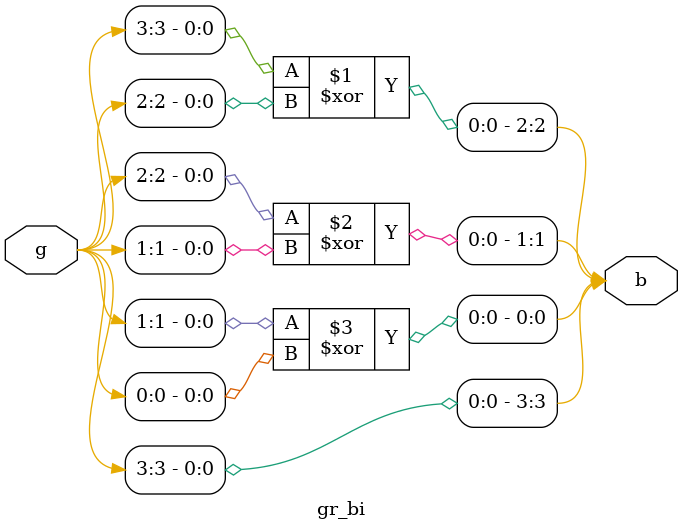
<source format=v>
module gr_bi(g,b);    
input [3:0]g;         
output [3:0]b;        
                      
assign b[3]=g[3];     
assign b[2]=g[3]^g[2];
assign b[1]=g[2]^g[1];
assign b[0]=g[1]^g[0];
                      
endmodule             

</source>
